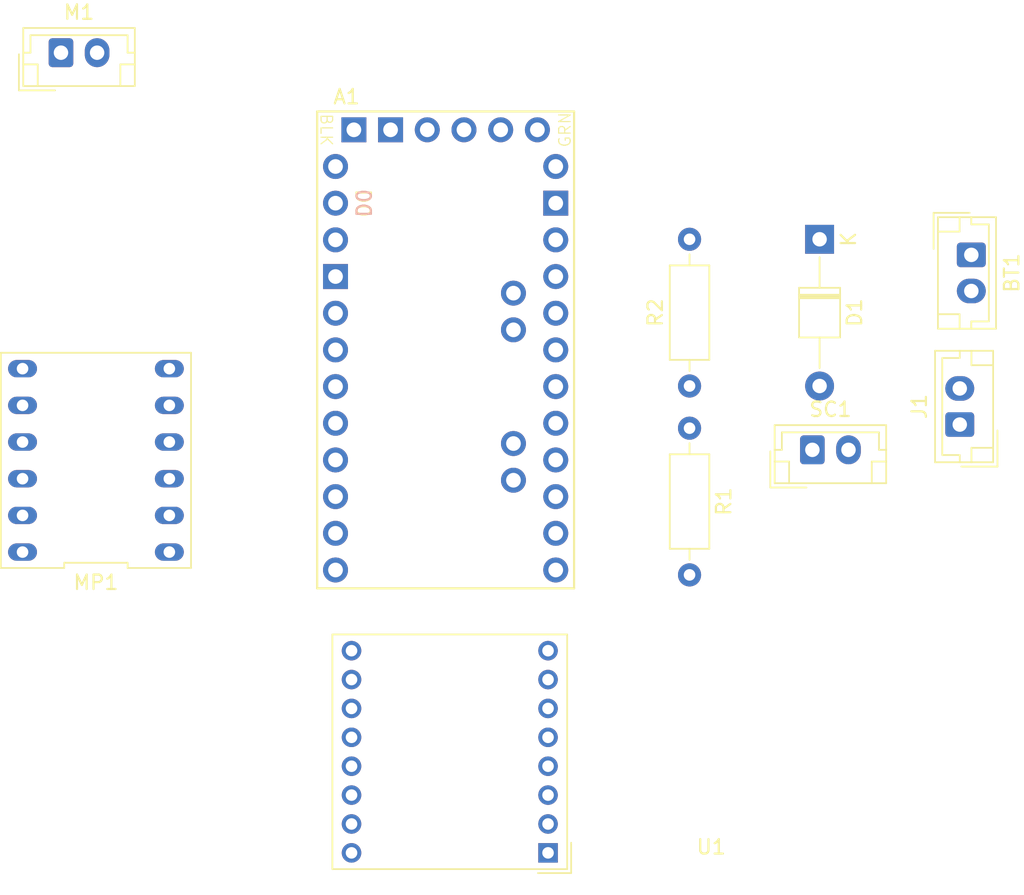
<source format=kicad_pcb>
(kicad_pcb (version 20240108) (generator "pcbnew") (generator_version "8.0")
  (layers (0 "F.Cu" signal) (31 "B.Cu" signal) (34 "B.Paste" user) (35 "F.Paste" user) (36 "B.SilkS" user "B.Silkscreen") (37 "F.SilkS" user "F.Silkscreen") (38 "B.Mask" user) (39 "F.Mask" user) (44 "Edge.Cuts" user))
  (net 0 "")
  (net 1 "Net-(D1-A)")
  (net 2 "GND")
  (net 3 "Net-(A1-PadA0)")
  (net 5 "Net-(A1-D13_SCK)")
  (net 10 "Net-(A1-D10_CS)")
  (net 11 "Net-(A1-D2_INT0)")
  (net 12 "Net-(A1-D11_MOSI)")
  (net 16 "Net-(U1-RESET)")
  (net 18 "Net-(A1-D12_MISO)")
  (net 21 "Net-(MP1-IN2)")
  (net 31 "+BATT")
  (net 32 "Net-(MP1-nSLEEP_HB)")
  (net 34 "Net-(MP1-IN1)")
  (net 46 "Net-(M1-+)")
  (net 47 "Net-(M1--)")
  (footprint "Connector_JST:JST_EH_B2B-EH-A_1x02_P2.50mm_Vertical" (layer "F.Cu") (at 70.5 54.5)
    (property "Reference" "M1" (at 1.25 -2.8 0) (layer "F.SilkS"))
    (property "Value" "Motor_DC")
    (fp_line (start -2.91 0.11) (end -2.91 2.61) (stroke (width 0.12)) (layer "F.SilkS"))
    (fp_line (start -2.91 2.61) (end -0.41 2.61) (stroke (width 0.12)) (layer "F.SilkS"))
    (fp_line (start -2.61 -1.71) (end -2.61 2.31) (stroke (width 0.12)) (layer "F.SilkS"))
    (fp_line (start -2.61 0) (end -2.11 0) (stroke (width 0.12)) (layer "F.SilkS"))
    (fp_line (start -2.61 0.81) (end -1.61 0.81) (stroke (width 0.12)) (layer "F.SilkS"))
    (fp_line (start -2.61 2.31) (end 5.11 2.31) (stroke (width 0.12)) (layer "F.SilkS"))
    (fp_line (start -2.11 -1.21) (end 4.61 -1.21) (stroke (width 0.12)) (layer "F.SilkS"))
    (fp_line (start -2.11 0) (end -2.11 -1.21) (stroke (width 0.12)) (layer "F.SilkS"))
    (fp_line (start -1.61 0.81) (end -1.61 2.31) (stroke (width 0.12)) (layer "F.SilkS"))
    (fp_line (start 4.11 0.81) (end 4.11 2.31) (stroke (width 0.12)) (layer "F.SilkS"))
    (fp_line (start 4.61 -1.21) (end 4.61 0) (stroke (width 0.12)) (layer "F.SilkS"))
    (fp_line (start 4.61 0) (end 5.11 0) (stroke (width 0.12)) (layer "F.SilkS"))
    (fp_line (start 5.11 -1.71) (end -2.61 -1.71) (stroke (width 0.12)) (layer "F.SilkS"))
    (fp_line (start 5.11 0.81) (end 4.11 0.81) (stroke (width 0.12)) (layer "F.SilkS"))
    (fp_line (start 5.11 2.31) (end 5.11 -1.71) (stroke (width 0.12)) (layer "F.SilkS"))
    (pad "1" thru_hole roundrect (at 0 0) (size 1.7 2) (drill 1) (layers "*.Cu" "*.Mask" "In1.Cu" "In2.Cu" "In3.Cu" "In4.Cu" "In5.Cu" "In6.Cu" "In7.Cu" "In8.Cu" "In9.Cu" "In10.Cu" "In11.Cu" "In12.Cu" "In13.Cu" "In14.Cu" "In15.Cu" "In16.Cu" "In17.Cu" "In18.Cu" "In19.Cu" "In20.Cu" "In21.Cu" "In22.Cu" "In23.Cu" "In24.Cu" "In25.Cu" "In26.Cu" "In27.Cu" "In28.Cu" "In29.Cu" "In30.Cu") (roundrect_rratio 0.147059) (net 46 "Net-(M1-+)"))
    (pad "2" thru_hole oval (at 2.5 0) (size 1.7 2) (drill 1) (layers "*.Cu" "*.Mask" "In1.Cu" "In2.Cu" "In3.Cu" "In4.Cu" "In5.Cu" "In6.Cu" "In7.Cu" "In8.Cu" "In9.Cu" "In10.Cu" "In11.Cu" "In12.Cu" "In13.Cu" "In14.Cu" "In15.Cu" "In16.Cu" "In17.Cu" "In18.Cu" "In19.Cu" "In20.Cu" "In21.Cu" "In22.Cu" "In23.Cu" "In24.Cu" "In25.Cu" "In26.Cu" "In27.Cu" "In28.Cu" "In29.Cu" "In30.Cu") (net 47 "Net-(M1--)"))
  )
  (footprint "Resistor_THT:R_Axial_DIN0207_L6.3mm_D2.5mm_P10.16mm_Horizontal" (layer "F.Cu") (at 114 80.5 -90)
    (property "Reference" "R1" (at 5.08 -2.37 90) (layer "F.SilkS"))
    (property "Value" "R")
    (fp_line (start 1.81 1.37) (end 8.35 1.37) (stroke (width 0.12)) (layer "F.SilkS"))
    (fp_line (start 8.35 1.37) (end 8.35 -1.37) (stroke (width 0.12)) (layer "F.SilkS"))
    (fp_line (start 1.04 0) (end 1.81 0) (stroke (width 0.12)) (layer "F.SilkS"))
    (fp_line (start 9.12 0) (end 8.35 0) (stroke (width 0.12)) (layer "F.SilkS"))
    (fp_line (start 1.81 -1.37) (end 1.81 1.37) (stroke (width 0.12)) (layer "F.SilkS"))
    (fp_line (start 8.35 -1.37) (end 1.81 -1.37) (stroke (width 0.12)) (layer "F.SilkS"))
    (pad "1" thru_hole circle (at 0 0 270) (size 1.6 1.6) (drill 0.8) (layers "*.Cu" "*.Mask" "In1.Cu" "In2.Cu" "In3.Cu" "In4.Cu" "In5.Cu" "In6.Cu" "In7.Cu" "In8.Cu" "In9.Cu" "In10.Cu" "In11.Cu" "In12.Cu" "In13.Cu" "In14.Cu" "In15.Cu" "In16.Cu" "In17.Cu" "In18.Cu" "In19.Cu" "In20.Cu" "In21.Cu" "In22.Cu" "In23.Cu" "In24.Cu" "In25.Cu" "In26.Cu" "In27.Cu" "In28.Cu" "In29.Cu" "In30.Cu") (net 3 "Net-(A1-PadA0)"))
    (pad "2" thru_hole oval (at 10.16 0 270) (size 1.6 1.6) (drill 0.8) (layers "*.Cu" "*.Mask" "In1.Cu" "In2.Cu" "In3.Cu" "In4.Cu" "In5.Cu" "In6.Cu" "In7.Cu" "In8.Cu" "In9.Cu" "In10.Cu" "In11.Cu" "In12.Cu" "In13.Cu" "In14.Cu" "In15.Cu" "In16.Cu" "In17.Cu" "In18.Cu" "In19.Cu" "In20.Cu" "In21.Cu" "In22.Cu" "In23.Cu" "In24.Cu" "In25.Cu" "In26.Cu" "In27.Cu" "In28.Cu" "In29.Cu" "In30.Cu") (net 2 "GND"))
  )
  (footprint "PCM_arduino-library:Arduino_Pro_Mini_Socket" (layer "F.Cu") (at 97.12 75.08)
    (property "Reference" "A1" (at -6.858 -17.526 360) (layer "F.SilkS"))
    (property "Value" "Arduino_Pro_Mini_Socket")
    (fp_line (start -8.89 -16.51) (end -8.89 16.51) (stroke (width 0.15)) (layer "F.SilkS"))
    (fp_line (start 8.89 -16.51) (end -8.89 -16.51) (stroke (width 0.15)) (layer "F.SilkS"))
    (fp_line (start 8.89 -16.51) (end 8.89 16.51) (stroke (width 0.15)) (layer "F.SilkS"))
    (fp_line (start 8.89 16.51) (end -8.89 16.51) (stroke (width 0.15)) (layer "F.SilkS"))
    (fp_text user "D0" (at -5.715 -10.16 -90) (layer "B.SilkS") (effects (justify mirror)))
    (fp_text user "D0" (at -5.715 -10.16 -90) (layer "F.SilkS"))
    (fp_text user "BLK" (at -8.255 -15.24 -90) (layer "F.SilkS") (effects (font (size 0.8 0.8) (thickness 0.08))))
    (fp_text user "GRN" (at 8.255 -15.24 90) (layer "F.SilkS") (effects (font (size 0.8 0.8) (thickness 0.08))))
    (pad "A0" thru_hole circle (at 7.62 5.08) (size 1.7272 1.7272) (drill 1.016) (layers "*.Cu" "*.Mask" "In1.Cu" "In2.Cu" "In3.Cu" "In4.Cu" "In5.Cu" "In6.Cu" "In7.Cu" "In8.Cu" "In9.Cu" "In10.Cu" "In11.Cu" "In12.Cu" "In13.Cu" "In14.Cu" "In15.Cu" "In16.Cu" "In17.Cu" "In18.Cu" "In19.Cu" "In20.Cu" "In21.Cu" "In22.Cu" "In23.Cu" "In24.Cu" "In25.Cu" "In26.Cu" "In27.Cu" "In28.Cu" "In29.Cu" "In30.Cu") (net 3 "Net-(A1-PadA0)"))
    (pad "A1" thru_hole circle (at 7.62 2.54) (size 1.7272 1.7272) (drill 1.016) (layers "*.Cu" "*.Mask" "In1.Cu" "In2.Cu" "In3.Cu" "In4.Cu" "In5.Cu" "In6.Cu" "In7.Cu" "In8.Cu" "In9.Cu" "In10.Cu" "In11.Cu" "In12.Cu" "In13.Cu" "In14.Cu" "In15.Cu" "In16.Cu" "In17.Cu" "In18.Cu" "In19.Cu" "In20.Cu" "In21.Cu" "In22.Cu" "In23.Cu" "In24.Cu" "In25.Cu" "In26.Cu" "In27.Cu" "In28.Cu" "In29.Cu" "In30.Cu"))
    (pad "A2" thru_hole circle (at 7.62 0) (size 1.7272 1.7272) (drill 1.016) (layers "*.Cu" "*.Mask" "In1.Cu" "In2.Cu" "In3.Cu" "In4.Cu" "In5.Cu" "In6.Cu" "In7.Cu" "In8.Cu" "In9.Cu" "In10.Cu" "In11.Cu" "In12.Cu" "In13.Cu" "In14.Cu" "In15.Cu" "In16.Cu" "In17.Cu" "In18.Cu" "In19.Cu" "In20.Cu" "In21.Cu" "In22.Cu" "In23.Cu" "In24.Cu" "In25.Cu" "In26.Cu" "In27.Cu" "In28.Cu" "In29.Cu" "In30.Cu"))
    (pad "A3" thru_hole circle (at 7.62 -2.54) (size 1.7272 1.7272) (drill 1.016) (layers "*.Cu" "*.Mask" "In1.Cu" "In2.Cu" "In3.Cu" "In4.Cu" "In5.Cu" "In6.Cu" "In7.Cu" "In8.Cu" "In9.Cu" "In10.Cu" "In11.Cu" "In12.Cu" "In13.Cu" "In14.Cu" "In15.Cu" "In16.Cu" "In17.Cu" "In18.Cu" "In19.Cu" "In20.Cu" "In21.Cu" "In22.Cu" "In23.Cu" "In24.Cu" "In25.Cu" "In26.Cu" "In27.Cu" "In28.Cu" "In29.Cu" "In30.Cu"))
    (pad "A4" thru_hole circle (at 4.6941 -1.3894) (size 1.7272 1.7272) (drill 1.016) (layers "*.Cu" "*.Mask" "In1.Cu" "In2.Cu" "In3.Cu" "In4.Cu" "In5.Cu" "In6.Cu" "In7.Cu" "In8.Cu" "In9.Cu" "In10.Cu" "In11.Cu" "In12.Cu" "In13.Cu" "In14.Cu" "In15.Cu" "In16.Cu" "In17.Cu" "In18.Cu" "In19.Cu" "In20.Cu" "In21.Cu" "In22.Cu" "In23.Cu" "In24.Cu" "In25.Cu" "In26.Cu" "In27.Cu" "In28.Cu" "In29.Cu" "In30.Cu"))
    (pad "A5" thru_hole circle (at 4.6941 -3.9294) (size 1.7272 1.7272) (drill 1.016) (layers "*.Cu" "*.Mask" "In1.Cu" "In2.Cu" "In3.Cu" "In4.Cu" "In5.Cu" "In6.Cu" "In7.Cu" "In8.Cu" "In9.Cu" "In10.Cu" "In11.Cu" "In12.Cu" "In13.Cu" "In14.Cu" "In15.Cu" "In16.Cu" "In17.Cu" "In18.Cu" "In19.Cu" "In20.Cu" "In21.Cu" "In22.Cu" "In23.Cu" "In24.Cu" "In25.Cu" "In26.Cu" "In27.Cu" "In28.Cu" "In29.Cu" "In30.Cu"))
    (pad "A6" thru_hole circle (at 4.6941 9.0246) (size 1.7272 1.7272) (drill 1.016) (layers "*.Cu" "*.Mask" "In1.Cu" "In2.Cu" "In3.Cu" "In4.Cu" "In5.Cu" "In6.Cu" "In7.Cu" "In8.Cu" "In9.Cu" "In10.Cu" "In11.Cu" "In12.Cu" "In13.Cu" "In14.Cu" "In15.Cu" "In16.Cu" "In17.Cu" "In18.Cu" "In19.Cu" "In20.Cu" "In21.Cu" "In22.Cu" "In23.Cu" "In24.Cu" "In25.Cu" "In26.Cu" "In27.Cu" "In28.Cu" "In29.Cu" "In30.Cu"))
    (pad "A7" thru_hole circle (at 4.6941 6.484) (size 1.7272 1.7272) (drill 1.016) (layers "*.Cu" "*.Mask" "In1.Cu" "In2.Cu" "In3.Cu" "In4.Cu" "In5.Cu" "In6.Cu" "In7.Cu" "In8.Cu" "In9.Cu" "In10.Cu" "In11.Cu" "In12.Cu" "In13.Cu" "In14.Cu" "In15.Cu" "In16.Cu" "In17.Cu" "In18.Cu" "In19.Cu" "In20.Cu" "In21.Cu" "In22.Cu" "In23.Cu" "In24.Cu" "In25.Cu" "In26.Cu" "In27.Cu" "In28.Cu" "In29.Cu" "In30.Cu"))
    (pad "D0" thru_hole circle (at -7.62 -10.16) (size 1.7272 1.7272) (drill 1.016) (layers "*.Cu" "*.Mask" "In1.Cu" "In2.Cu" "In3.Cu" "In4.Cu" "In5.Cu" "In6.Cu" "In7.Cu" "In8.Cu" "In9.Cu" "In10.Cu" "In11.Cu" "In12.Cu" "In13.Cu" "In14.Cu" "In15.Cu" "In16.Cu" "In17.Cu" "In18.Cu" "In19.Cu" "In20.Cu" "In21.Cu" "In22.Cu" "In23.Cu" "In24.Cu" "In25.Cu" "In26.Cu" "In27.Cu" "In28.Cu" "In29.Cu" "In30.Cu"))
    (pad "D1" thru_hole circle (at -7.62 -12.7) (size 1.7272 1.7272) (drill 1.016) (layers "*.Cu" "*.Mask" "In1.Cu" "In2.Cu" "In3.Cu" "In4.Cu" "In5.Cu" "In6.Cu" "In7.Cu" "In8.Cu" "In9.Cu" "In10.Cu" "In11.Cu" "In12.Cu" "In13.Cu" "In14.Cu" "In15.Cu" "In16.Cu" "In17.Cu" "In18.Cu" "In19.Cu" "In20.Cu" "In21.Cu" "In22.Cu" "In23.Cu" "In24.Cu" "In25.Cu" "In26.Cu" "In27.Cu" "In28.Cu" "In29.Cu" "In30.Cu"))
    (pad "D2" thru_hole circle (at -7.62 -2.54) (size 1.7272 1.7272) (drill 1.016) (layers "*.Cu" "*.Mask" "In1.Cu" "In2.Cu" "In3.Cu" "In4.Cu" "In5.Cu" "In6.Cu" "In7.Cu" "In8.Cu" "In9.Cu" "In10.Cu" "In11.Cu" "In12.Cu" "In13.Cu" "In14.Cu" "In15.Cu" "In16.Cu" "In17.Cu" "In18.Cu" "In19.Cu" "In20.Cu" "In21.Cu" "In22.Cu" "In23.Cu" "In24.Cu" "In25.Cu" "In26.Cu" "In27.Cu" "In28.Cu" "In29.Cu" "In30.Cu") (net 11 "Net-(A1-D2_INT0)"))
    (pad "D3" thru_hole circle (at -7.62 0) (size 1.7272 1.7272) (drill 1.016) (layers "*.Cu" "*.Mask" "In1.Cu" "In2.Cu" "In3.Cu" "In4.Cu" "In5.Cu" "In6.Cu" "In7.Cu" "In8.Cu" "In9.Cu" "In10.Cu" "In11.Cu" "In12.Cu" "In13.Cu" "In14.Cu" "In15.Cu" "In16.Cu" "In17.Cu" "In18.Cu" "In19.Cu" "In20.Cu" "In21.Cu" "In22.Cu" "In23.Cu" "In24.Cu" "In25.Cu" "In26.Cu" "In27.Cu" "In28.Cu" "In29.Cu" "In30.Cu"))
    (pad "D4" thru_hole circle (at -7.62 2.54) (size 1.7272 1.7272) (drill 1.016) (layers "*.Cu" "*.Mask" "In1.Cu" "In2.Cu" "In3.Cu" "In4.Cu" "In5.Cu" "In6.Cu" "In7.Cu" "In8.Cu" "In9.Cu" "In10.Cu" "In11.Cu" "In12.Cu" "In13.Cu" "In14.Cu" "In15.Cu" "In16.Cu" "In17.Cu" "In18.Cu" "In19.Cu" "In20.Cu" "In21.Cu" "In22.Cu" "In23.Cu" "In24.Cu" "In25.Cu" "In26.Cu" "In27.Cu" "In28.Cu" "In29.Cu" "In30.Cu"))
    (pad "D5" thru_hole circle (at -7.62 5.08) (size 1.7272 1.7272) (drill 1.016) (layers "*.Cu" "*.Mask" "In1.Cu" "In2.Cu" "In3.Cu" "In4.Cu" "In5.Cu" "In6.Cu" "In7.Cu" "In8.Cu" "In9.Cu" "In10.Cu" "In11.Cu" "In12.Cu" "In13.Cu" "In14.Cu" "In15.Cu" "In16.Cu" "In17.Cu" "In18.Cu" "In19.Cu" "In20.Cu" "In21.Cu" "In22.Cu" "In23.Cu" "In24.Cu" "In25.Cu" "In26.Cu" "In27.Cu" "In28.Cu" "In29.Cu" "In30.Cu") (net 32 "Net-(MP1-nSLEEP_HB)"))
    (pad "D6" thru_hole circle (at -7.62 7.62) (size 1.7272 1.7272) (drill 1.016) (layers "*.Cu" "*.Mask" "In1.Cu" "In2.Cu" "In3.Cu" "In4.Cu" "In5.Cu" "In6.Cu" "In7.Cu" "In8.Cu" "In9.Cu" "In10.Cu" "In11.Cu" "In12.Cu" "In13.Cu" "In14.Cu" "In15.Cu" "In16.Cu" "In17.Cu" "In18.Cu" "In19.Cu" "In20.Cu" "In21.Cu" "In22.Cu" "In23.Cu" "In24.Cu" "In25.Cu" "In26.Cu" "In27.Cu" "In28.Cu" "In29.Cu" "In30.Cu") (net 34 "Net-(MP1-IN1)"))
    (pad "D7" thru_hole circle (at -7.62 10.16) (size 1.7272 1.7272) (drill 1.016) (layers "*.Cu" "*.Mask" "In1.Cu" "In2.Cu" "In3.Cu" "In4.Cu" "In5.Cu" "In6.Cu" "In7.Cu" "In8.Cu" "In9.Cu" "In10.Cu" "In11.Cu" "In12.Cu" "In13.Cu" "In14.Cu" "In15.Cu" "In16.Cu" "In17.Cu" "In18.Cu" "In19.Cu" "In20.Cu" "In21.Cu" "In22.Cu" "In23.Cu" "In24.Cu" "In25.Cu" "In26.Cu" "In27.Cu" "In28.Cu" "In29.Cu" "In30.Cu") (net 21 "Net-(MP1-IN2)"))
    (pad "D8" thru_hole circle (at -7.62 12.7) (size 1.7272 1.7272) (drill 1.016) (layers "*.Cu" "*.Mask" "In1.Cu" "In2.Cu" "In3.Cu" "In4.Cu" "In5.Cu" "In6.Cu" "In7.Cu" "In8.Cu" "In9.Cu" "In10.Cu" "In11.Cu" "In12.Cu" "In13.Cu" "In14.Cu" "In15.Cu" "In16.Cu" "In17.Cu" "In18.Cu" "In19.Cu" "In20.Cu" "In21.Cu" "In22.Cu" "In23.Cu" "In24.Cu" "In25.Cu" "In26.Cu" "In27.Cu" "In28.Cu" "In29.Cu" "In30.Cu"))
    (pad "D9" thru_hole circle (at -7.62 15.24) (size 1.7272 1.7272) (drill 1.016) (layers "*.Cu" "*.Mask" "In1.Cu" "In2.Cu" "In3.Cu" "In4.Cu" "In5.Cu" "In6.Cu" "In7.Cu" "In8.Cu" "In9.Cu" "In10.Cu" "In11.Cu" "In12.Cu" "In13.Cu" "In14.Cu" "In15.Cu" "In16.Cu" "In17.Cu" "In18.Cu" "In19.Cu" "In20.Cu" "In21.Cu" "In22.Cu" "In23.Cu" "In24.Cu" "In25.Cu" "In26.Cu" "In27.Cu" "In28.Cu" "In29.Cu" "In30.Cu") (net 16 "Net-(U1-RESET)"))
    (pad "D10" thru_hole circle (at 7.62 15.24) (size 1.7272 1.7272) (drill 1.016) (layers "*.Cu" "*.Mask" "In1.Cu" "In2.Cu" "In3.Cu" "In4.Cu" "In5.Cu" "In6.Cu" "In7.Cu" "In8.Cu" "In9.Cu" "In10.Cu" "In11.Cu" "In12.Cu" "In13.Cu" "In14.Cu" "In15.Cu" "In16.Cu" "In17.Cu" "In18.Cu" "In19.Cu" "In20.Cu" "In21.Cu" "In22.Cu" "In23.Cu" "In24.Cu" "In25.Cu" "In26.Cu" "In27.Cu" "In28.Cu" "In29.Cu" "In30.Cu") (net 10 "Net-(A1-D10_CS)"))
    (pad "D11" thru_hole circle (at 7.62 12.7) (size 1.7272 1.7272) (drill 1.016) (layers "*.Cu" "*.Mask" "In1.Cu" "In2.Cu" "In3.Cu" "In4.Cu" "In5.Cu" "In6.Cu" "In7.Cu" "In8.Cu" "In9.Cu" "In10.Cu" "In11.Cu" "In12.Cu" "In13.Cu" "In14.Cu" "In15.Cu" "In16.Cu" "In17.Cu" "In18.Cu" "In19.Cu" "In20.Cu" "In21.Cu" "In22.Cu" "In23.Cu" "In24.Cu" "In25.Cu" "In26.Cu" "In27.Cu" "In28.Cu" "In29.Cu" "In30.Cu") (net 12 "Net-(A1-D11_MOSI)"))
    (pad "D12" thru_hole circle (at 7.62 10.16) (size 1.7272 1.7272) (drill 1.016) (layers "*.Cu" "*.Mask" "In1.Cu" "In2.Cu" "In3.Cu" "In4.Cu" "In5.Cu" "In6.Cu" "In7.Cu" "In8.Cu" "In9.Cu" "In10.Cu" "In11.Cu" "In12.Cu" "In13.Cu" "In14.Cu" "In15.Cu" "In16.Cu" "In17.Cu" "In18.Cu" "In19.Cu" "In20.Cu" "In21.Cu" "In22.Cu" "In23.Cu" "In24.Cu" "In25.Cu" "In26.Cu" "In27.Cu" "In28.Cu" "In29.Cu" "In30.Cu") (net 18 "Net-(A1-D12_MISO)"))
    (pad "D13" thru_hole circle (at 7.62 7.62) (size 1.7272 1.7272) (drill 1.016) (layers "*.Cu" "*.Mask" "In1.Cu" "In2.Cu" "In3.Cu" "In4.Cu" "In5.Cu" "In6.Cu" "In7.Cu" "In8.Cu" "In9.Cu" "In10.Cu" "In11.Cu" "In12.Cu" "In13.Cu" "In14.Cu" "In15.Cu" "In16.Cu" "In17.Cu" "In18.Cu" "In19.Cu" "In20.Cu" "In21.Cu" "In22.Cu" "In23.Cu" "In24.Cu" "In25.Cu" "In26.Cu" "In27.Cu" "In28.Cu" "In29.Cu" "In30.Cu") (net 5 "Net-(A1-D13_SCK)"))
    (pad "DTR" thru_hole circle (at 6.35 -15.24) (size 1.7272 1.7272) (drill 1.016) (layers "*.Cu" "*.Mask" "In1.Cu" "In2.Cu" "In3.Cu" "In4.Cu" "In5.Cu" "In6.Cu" "In7.Cu" "In8.Cu" "In9.Cu" "In10.Cu" "In11.Cu" "In12.Cu" "In13.Cu" "In14.Cu" "In15.Cu" "In16.Cu" "In17.Cu" "In18.Cu" "In19.Cu" "In20.Cu" "In21.Cu" "In22.Cu" "In23.Cu" "In24.Cu" "In25.Cu" "In26.Cu" "In27.Cu" "In28.Cu" "In29.Cu" "In30.Cu"))
    (pad "GND1" thru_hole rect (at -7.62 -5.08) (size 1.7272 1.7272) (drill 1.016) (layers "*.Cu" "*.Mask" "In1.Cu" "In2.Cu" "In3.Cu" "In4.Cu" "In5.Cu" "In6.Cu" "In7.Cu" "In8.Cu" "In9.Cu" "In10.Cu" "In11.Cu" "In12.Cu" "In13.Cu" "In14.Cu" "In15.Cu" "In16.Cu" "In17.Cu" "In18.Cu" "In19.Cu" "In20.Cu" "In21.Cu" "In22.Cu" "In23.Cu" "In24.Cu" "In25.Cu" "In26.Cu" "In27.Cu" "In28.Cu" "In29.Cu" "In30.Cu") (net 2 "GND"))
    (pad "GND2" thru_hole rect (at 7.62 -10.16) (size 1.7272 1.7272) (drill 1.016) (layers "*.Cu" "*.Mask" "In1.Cu" "In2.Cu" "In3.Cu" "In4.Cu" "In5.Cu" "In6.Cu" "In7.Cu" "In8.Cu" "In9.Cu" "In10.Cu" "In11.Cu" "In12.Cu" "In13.Cu" "In14.Cu" "In15.Cu" "In16.Cu" "In17.Cu" "In18.Cu" "In19.Cu" "In20.Cu" "In21.Cu" "In22.Cu" "In23.Cu" "In24.Cu" "In25.Cu" "In26.Cu" "In27.Cu" "In28.Cu" "In29.Cu" "In30.Cu"))
    (pad "GND4" thru_hole rect (at -3.81 -15.24) (size 1.7272 1.7272) (drill 1.016) (layers "*.Cu" "*.Mask" "In1.Cu" "In2.Cu" "In3.Cu" "In4.Cu" "In5.Cu" "In6.Cu" "In7.Cu" "In8.Cu" "In9.Cu" "In10.Cu" "In11.Cu" "In12.Cu" "In13.Cu" "In14.Cu" "In15.Cu" "In16.Cu" "In17.Cu" "In18.Cu" "In19.Cu" "In20.Cu" "In21.Cu" "In22.Cu" "In23.Cu" "In24.Cu" "In25.Cu" "In26.Cu" "In27.Cu" "In28.Cu" "In29.Cu" "In30.Cu"))
    (pad "GND5" thru_hole rect (at -6.35 -15.24) (size 1.7272 1.7272) (drill 1.016) (layers "*.Cu" "*.Mask" "In1.Cu" "In2.Cu" "In3.Cu" "In4.Cu" "In5.Cu" "In6.Cu" "In7.Cu" "In8.Cu" "In9.Cu" "In10.Cu" "In11.Cu" "In12.Cu" "In13.Cu" "In14.Cu" "In15.Cu" "In16.Cu" "In17.Cu" "In18.Cu" "In19.Cu" "In20.Cu" "In21.Cu" "In22.Cu" "In23.Cu" "In24.Cu" "In25.Cu" "In26.Cu" "In27.Cu" "In28.Cu" "In29.Cu" "In30.Cu"))
    (pad "RAW" thru_hole circle (at 7.62 -12.7) (size 1.7272 1.7272) (drill 1.016) (layers "*.Cu" "*.Mask" "In1.Cu" "In2.Cu" "In3.Cu" "In4.Cu" "In5.Cu" "In6.Cu" "In7.Cu" "In8.Cu" "In9.Cu" "In10.Cu" "In11.Cu" "In12.Cu" "In13.Cu" "In14.Cu" "In15.Cu" "In16.Cu" "In17.Cu" "In18.Cu" "In19.Cu" "In20.Cu" "In21.Cu" "In22.Cu" "In23.Cu" "In24.Cu" "In25.Cu" "In26.Cu" "In27.Cu" "In28.Cu" "In29.Cu" "In30.Cu") (net 31 "+BATT"))
    (pad "RST1" thru_hole circle (at -7.62 -7.62) (size 1.7272 1.7272) (drill 1.016) (layers "*.Cu" "*.Mask" "In1.Cu" "In2.Cu" "In3.Cu" "In4.Cu" "In5.Cu" "In6.Cu" "In7.Cu" "In8.Cu" "In9.Cu" "In10.Cu" "In11.Cu" "In12.Cu" "In13.Cu" "In14.Cu" "In15.Cu" "In16.Cu" "In17.Cu" "In18.Cu" "In19.Cu" "In20.Cu" "In21.Cu" "In22.Cu" "In23.Cu" "In24.Cu" "In25.Cu" "In26.Cu" "In27.Cu" "In28.Cu" "In29.Cu" "In30.Cu"))
    (pad "RST2" thru_hole circle (at 7.62 -7.62) (size 1.7272 1.7272) (drill 1.016) (layers "*.Cu" "*.Mask" "In1.Cu" "In2.Cu" "In3.Cu" "In4.Cu" "In5.Cu" "In6.Cu" "In7.Cu" "In8.Cu" "In9.Cu" "In10.Cu" "In11.Cu" "In12.Cu" "In13.Cu" "In14.Cu" "In15.Cu" "In16.Cu" "In17.Cu" "In18.Cu" "In19.Cu" "In20.Cu" "In21.Cu" "In22.Cu" "In23.Cu" "In24.Cu" "In25.Cu" "In26.Cu" "In27.Cu" "In28.Cu" "In29.Cu" "In30.Cu"))
    (pad "RXI" thru_hole circle (at 1.27 -15.24) (size 1.7272 1.7272) (drill 1.016) (layers "*.Cu" "*.Mask" "In1.Cu" "In2.Cu" "In3.Cu" "In4.Cu" "In5.Cu" "In6.Cu" "In7.Cu" "In8.Cu" "In9.Cu" "In10.Cu" "In11.Cu" "In12.Cu" "In13.Cu" "In14.Cu" "In15.Cu" "In16.Cu" "In17.Cu" "In18.Cu" "In19.Cu" "In20.Cu" "In21.Cu" "In22.Cu" "In23.Cu" "In24.Cu" "In25.Cu" "In26.Cu" "In27.Cu" "In28.Cu" "In29.Cu" "In30.Cu"))
    (pad "TXO" thru_hole circle (at 3.81 -15.24) (size 1.7272 1.7272) (drill 1.016) (layers "*.Cu" "*.Mask" "In1.Cu" "In2.Cu" "In3.Cu" "In4.Cu" "In5.Cu" "In6.Cu" "In7.Cu" "In8.Cu" "In9.Cu" "In10.Cu" "In11.Cu" "In12.Cu" "In13.Cu" "In14.Cu" "In15.Cu" "In16.Cu" "In17.Cu" "In18.Cu" "In19.Cu" "In20.Cu" "In21.Cu" "In22.Cu" "In23.Cu" "In24.Cu" "In25.Cu" "In26.Cu" "In27.Cu" "In28.Cu" "In29.Cu" "In30.Cu"))
    (pad "Vcc1" thru_hole circle (at 7.62 -5.08) (size 1.7272 1.7272) (drill 1.016) (layers "*.Cu" "*.Mask" "In1.Cu" "In2.Cu" "In3.Cu" "In4.Cu" "In5.Cu" "In6.Cu" "In7.Cu" "In8.Cu" "In9.Cu" "In10.Cu" "In11.Cu" "In12.Cu" "In13.Cu" "In14.Cu" "In15.Cu" "In16.Cu" "In17.Cu" "In18.Cu" "In19.Cu" "In20.Cu" "In21.Cu" "In22.Cu" "In23.Cu" "In24.Cu" "In25.Cu" "In26.Cu" "In27.Cu" "In28.Cu" "In29.Cu" "In30.Cu"))
    (pad "Vcc2" thru_hole circle (at -1.27 -15.24) (size 1.7272 1.7272) (drill 1.016) (layers "*.Cu" "*.Mask" "In1.Cu" "In2.Cu" "In3.Cu" "In4.Cu" "In5.Cu" "In6.Cu" "In7.Cu" "In8.Cu" "In9.Cu" "In10.Cu" "In11.Cu" "In12.Cu" "In13.Cu" "In14.Cu" "In15.Cu" "In16.Cu" "In17.Cu" "In18.Cu" "In19.Cu" "In20.Cu" "In21.Cu" "In22.Cu" "In23.Cu" "In24.Cu" "In25.Cu" "In26.Cu" "In27.Cu" "In28.Cu" "In29.Cu" "In30.Cu"))
  )
  (footprint "Resistor_THT:R_Axial_DIN0207_L6.3mm_D2.5mm_P10.16mm_Horizontal" (layer "F.Cu") (at 114 77.58 90)
    (property "Reference" "R2" (at 5.08 -2.37 90) (layer "F.SilkS"))
    (property "Value" "R")
    (fp_line (start 8.35 -1.37) (end 1.81 -1.37) (stroke (width 0.12)) (layer "F.SilkS"))
    (fp_line (start 1.81 -1.37) (end 1.81 1.37) (stroke (width 0.12)) (layer "F.SilkS"))
    (fp_line (start 9.12 0) (end 8.35 0) (stroke (width 0.12)) (layer "F.SilkS"))
    (fp_line (start 1.04 0) (end 1.81 0) (stroke (width 0.12)) (layer "F.SilkS"))
    (fp_line (start 8.35 1.37) (end 8.35 -1.37) (stroke (width 0.12)) (layer "F.SilkS"))
    (fp_line (start 1.81 1.37) (end 8.35 1.37) (stroke (width 0.12)) (layer "F.SilkS"))
    (pad "1" thru_hole circle (at 0 0 90) (size 1.6 1.6) (drill 0.8) (layers "*.Cu" "*.Mask" "In1.Cu" "In2.Cu" "In3.Cu" "In4.Cu" "In5.Cu" "In6.Cu" "In7.Cu" "In8.Cu" "In9.Cu" "In10.Cu" "In11.Cu" "In12.Cu" "In13.Cu" "In14.Cu" "In15.Cu" "In16.Cu" "In17.Cu" "In18.Cu" "In19.Cu" "In20.Cu" "In21.Cu" "In22.Cu" "In23.Cu" "In24.Cu" "In25.Cu" "In26.Cu" "In27.Cu" "In28.Cu" "In29.Cu" "In30.Cu") (net 3 "Net-(A1-PadA0)"))
    (pad "2" thru_hole oval (at 10.16 0 90) (size 1.6 1.6) (drill 0.8) (layers "*.Cu" "*.Mask" "In1.Cu" "In2.Cu" "In3.Cu" "In4.Cu" "In5.Cu" "In6.Cu" "In7.Cu" "In8.Cu" "In9.Cu" "In10.Cu" "In11.Cu" "In12.Cu" "In13.Cu" "In14.Cu" "In15.Cu" "In16.Cu" "In17.Cu" "In18.Cu" "In19.Cu" "In20.Cu" "In21.Cu" "In22.Cu" "In23.Cu" "In24.Cu" "In25.Cu" "In26.Cu" "In27.Cu" "In28.Cu" "In29.Cu" "In30.Cu") (net 31 "+BATT"))
  )
  (footprint "Connector_JST:JST_EH_B2B-EH-A_1x02_P2.50mm_Vertical" (layer "F.Cu") (at 122.5 82)
    (property "Reference" "SC1" (at 1.25 -2.8 0) (layer "F.SilkS"))
    (property "Value" "Solar_Cell")
    (fp_line (start -2.91 0.11) (end -2.91 2.61) (stroke (width 0.12)) (layer "F.SilkS"))
    (fp_line (start -2.91 2.61) (end -0.41 2.61) (stroke (width 0.12)) (layer "F.SilkS"))
    (fp_line (start -2.61 -1.71) (end -2.61 2.31) (stroke (width 0.12)) (layer "F.SilkS"))
    (fp_line (start -2.61 0) (end -2.11 0) (stroke (width 0.12)) (layer "F.SilkS"))
    (fp_line (start -2.61 0.81) (end -1.61 0.81) (stroke (width 0.12)) (layer "F.SilkS"))
    (fp_line (start -2.61 2.31) (end 5.11 2.31) (stroke (width 0.12)) (layer "F.SilkS"))
    (fp_line (start -2.11 -1.21) (end 4.61 -1.21) (stroke (width 0.12)) (layer "F.SilkS"))
    (fp_line (start -2.11 0) (end -2.11 -1.21) (stroke (width 0.12)) (layer "F.SilkS"))
    (fp_line (start -1.61 0.81) (end -1.61 2.31) (stroke (width 0.12)) (layer "F.SilkS"))
    (fp_line (start 4.11 0.81) (end 4.11 2.31) (stroke (width 0.12)) (layer "F.SilkS"))
    (fp_line (start 4.61 -1.21) (end 4.61 0) (stroke (width 0.12)) (layer "F.SilkS"))
    (fp_line (start 4.61 0) (end 5.11 0) (stroke (width 0.12)) (layer "F.SilkS"))
    (fp_line (start 5.11 -1.71) (end -2.61 -1.71) (stroke (width 0.12)) (layer "F.SilkS"))
    (fp_line (start 5.11 0.81) (end 4.11 0.81) (stroke (width 0.12)) (layer "F.SilkS"))
    (fp_line (start 5.11 2.31) (end 5.11 -1.71) (stroke (width 0.12)) (layer "F.SilkS"))
    (pad "1" thru_hole roundrect (at 0 0) (size 1.7 2) (drill 1) (layers "*.Cu" "*.Mask" "In1.Cu" "In2.Cu" "In3.Cu" "In4.Cu" "In5.Cu" "In6.Cu" "In7.Cu" "In8.Cu" "In9.Cu" "In10.Cu" "In11.Cu" "In12.Cu" "In13.Cu" "In14.Cu" "In15.Cu" "In16.Cu" "In17.Cu" "In18.Cu" "In19.Cu" "In20.Cu" "In21.Cu" "In22.Cu" "In23.Cu" "In24.Cu" "In25.Cu" "In26.Cu" "In27.Cu" "In28.Cu" "In29.Cu" "In30.Cu") (roundrect_rratio 0.147059) (net 1 "Net-(D1-A)"))
    (pad "2" thru_hole oval (at 2.5 0) (size 1.7 2) (drill 1) (layers "*.Cu" "*.Mask" "In1.Cu" "In2.Cu" "In3.Cu" "In4.Cu" "In5.Cu" "In6.Cu" "In7.Cu" "In8.Cu" "In9.Cu" "In10.Cu" "In11.Cu" "In12.Cu" "In13.Cu" "In14.Cu" "In15.Cu" "In16.Cu" "In17.Cu" "In18.Cu" "In19.Cu" "In20.Cu" "In21.Cu" "In22.Cu" "In23.Cu" "In24.Cu" "In25.Cu" "In26.Cu" "In27.Cu" "In28.Cu" "In29.Cu" "In30.Cu") (net 2 "GND"))
  )
  (footprint "RF_Module:HOPERF_RFM9XW_THT" (layer "F.Cu") (at 104.2075 109.9075 180)
    (property "Reference" "U1" (at -11.2925 0.4075 360) (layer "F.SilkS"))
    (property "Value" "RFM95W-868S2")
    (fp_line (start 14.925 15.125) (end -1.325 15.125) (stroke (width 0.12)) (layer "F.SilkS"))
    (fp_line (start 14.925 -1.125) (end 14.925 15.125) (stroke (width 0.12)) (layer "F.SilkS"))
    (fp_line (start -1.325 15.125) (end -1.325 -1.125) (stroke (width 0.12)) (layer "F.SilkS"))
    (fp_line (start -1.325 -1.125) (end 14.925 -1.125) (stroke (width 0.12)) (layer "F.SilkS"))
    (fp_line (start -1.6 0.7) (end -1.6 -1.4) (stroke (width 0.12)) (layer "F.SilkS"))
    (fp_line (start -1.6 -1.4) (end 0.7 -1.4) (stroke (width 0.12)) (layer "F.SilkS"))
    (pad "1" thru_hole rect (at 0 0 180) (size 1.35 1.35) (drill 0.8) (layers "*.Cu" "*.Mask" "In1.Cu" "In2.Cu" "In3.Cu" "In4.Cu" "In5.Cu" "In6.Cu" "In7.Cu" "In8.Cu" "In9.Cu" "In10.Cu" "In11.Cu" "In12.Cu" "In13.Cu" "In14.Cu" "In15.Cu" "In16.Cu" "In17.Cu" "In18.Cu" "In19.Cu" "In20.Cu" "In21.Cu" "In22.Cu" "In23.Cu" "In24.Cu" "In25.Cu" "In26.Cu" "In27.Cu" "In28.Cu" "In29.Cu" "In30.Cu"))
    (pad "2" thru_hole circle (at 0 2 180) (size 1.35 1.35) (drill 0.8) (layers "*.Cu" "*.Mask" "In1.Cu" "In2.Cu" "In3.Cu" "In4.Cu" "In5.Cu" "In6.Cu" "In7.Cu" "In8.Cu" "In9.Cu" "In10.Cu" "In11.Cu" "In12.Cu" "In13.Cu" "In14.Cu" "In15.Cu" "In16.Cu" "In17.Cu" "In18.Cu" "In19.Cu" "In20.Cu" "In21.Cu" "In22.Cu" "In23.Cu" "In24.Cu" "In25.Cu" "In26.Cu" "In27.Cu" "In28.Cu" "In29.Cu" "In30.Cu") (net 12 "Net-(A1-D11_MOSI)"))
    (pad "3" thru_hole circle (at 0 4 180) (size 1.35 1.35) (drill 0.8) (layers "*.Cu" "*.Mask" "In1.Cu" "In2.Cu" "In3.Cu" "In4.Cu" "In5.Cu" "In6.Cu" "In7.Cu" "In8.Cu" "In9.Cu" "In10.Cu" "In11.Cu" "In12.Cu" "In13.Cu" "In14.Cu" "In15.Cu" "In16.Cu" "In17.Cu" "In18.Cu" "In19.Cu" "In20.Cu" "In21.Cu" "In22.Cu" "In23.Cu" "In24.Cu" "In25.Cu" "In26.Cu" "In27.Cu" "In28.Cu" "In29.Cu" "In30.Cu") (net 18 "Net-(A1-D12_MISO)"))
    (pad "4" thru_hole circle (at 0 6 180) (size 1.35 1.35) (drill 0.8) (layers "*.Cu" "*.Mask" "In1.Cu" "In2.Cu" "In3.Cu" "In4.Cu" "In5.Cu" "In6.Cu" "In7.Cu" "In8.Cu" "In9.Cu" "In10.Cu" "In11.Cu" "In12.Cu" "In13.Cu" "In14.Cu" "In15.Cu" "In16.Cu" "In17.Cu" "In18.Cu" "In19.Cu" "In20.Cu" "In21.Cu" "In22.Cu" "In23.Cu" "In24.Cu" "In25.Cu" "In26.Cu" "In27.Cu" "In28.Cu" "In29.Cu" "In30.Cu") (net 5 "Net-(A1-D13_SCK)"))
    (pad "5" thru_hole circle (at 0 8 180) (size 1.35 1.35) (drill 0.8) (layers "*.Cu" "*.Mask" "In1.Cu" "In2.Cu" "In3.Cu" "In4.Cu" "In5.Cu" "In6.Cu" "In7.Cu" "In8.Cu" "In9.Cu" "In10.Cu" "In11.Cu" "In12.Cu" "In13.Cu" "In14.Cu" "In15.Cu" "In16.Cu" "In17.Cu" "In18.Cu" "In19.Cu" "In20.Cu" "In21.Cu" "In22.Cu" "In23.Cu" "In24.Cu" "In25.Cu" "In26.Cu" "In27.Cu" "In28.Cu" "In29.Cu" "In30.Cu") (net 10 "Net-(A1-D10_CS)"))
    (pad "6" thru_hole circle (at 0 10 180) (size 1.35 1.35) (drill 0.8) (layers "*.Cu" "*.Mask" "In1.Cu" "In2.Cu" "In3.Cu" "In4.Cu" "In5.Cu" "In6.Cu" "In7.Cu" "In8.Cu" "In9.Cu" "In10.Cu" "In11.Cu" "In12.Cu" "In13.Cu" "In14.Cu" "In15.Cu" "In16.Cu" "In17.Cu" "In18.Cu" "In19.Cu" "In20.Cu" "In21.Cu" "In22.Cu" "In23.Cu" "In24.Cu" "In25.Cu" "In26.Cu" "In27.Cu" "In28.Cu" "In29.Cu" "In30.Cu") (net 16 "Net-(U1-RESET)"))
    (pad "7" thru_hole circle (at 0 12 180) (size 1.35 1.35) (drill 0.8) (layers "*.Cu" "*.Mask" "In1.Cu" "In2.Cu" "In3.Cu" "In4.Cu" "In5.Cu" "In6.Cu" "In7.Cu" "In8.Cu" "In9.Cu" "In10.Cu" "In11.Cu" "In12.Cu" "In13.Cu" "In14.Cu" "In15.Cu" "In16.Cu" "In17.Cu" "In18.Cu" "In19.Cu" "In20.Cu" "In21.Cu" "In22.Cu" "In23.Cu" "In24.Cu" "In25.Cu" "In26.Cu" "In27.Cu" "In28.Cu" "In29.Cu" "In30.Cu"))
    (pad "8" thru_hole circle (at 0 14 180) (size 1.35 1.35) (drill 0.8) (layers "*.Cu" "*.Mask" "In1.Cu" "In2.Cu" "In3.Cu" "In4.Cu" "In5.Cu" "In6.Cu" "In7.Cu" "In8.Cu" "In9.Cu" "In10.Cu" "In11.Cu" "In12.Cu" "In13.Cu" "In14.Cu" "In15.Cu" "In16.Cu" "In17.Cu" "In18.Cu" "In19.Cu" "In20.Cu" "In21.Cu" "In22.Cu" "In23.Cu" "In24.Cu" "In25.Cu" "In26.Cu" "In27.Cu" "In28.Cu" "In29.Cu" "In30.Cu"))
    (pad "9" thru_hole circle (at 13.6 14 180) (size 1.35 1.35) (drill 0.8) (layers "*.Cu" "*.Mask" "In1.Cu" "In2.Cu" "In3.Cu" "In4.Cu" "In5.Cu" "In6.Cu" "In7.Cu" "In8.Cu" "In9.Cu" "In10.Cu" "In11.Cu" "In12.Cu" "In13.Cu" "In14.Cu" "In15.Cu" "In16.Cu" "In17.Cu" "In18.Cu" "In19.Cu" "In20.Cu" "In21.Cu" "In22.Cu" "In23.Cu" "In24.Cu" "In25.Cu" "In26.Cu" "In27.Cu" "In28.Cu" "In29.Cu" "In30.Cu"))
    (pad "10" thru_hole circle (at 13.6 12 180) (size 1.35 1.35) (drill 0.8) (layers "*.Cu" "*.Mask" "In1.Cu" "In2.Cu" "In3.Cu" "In4.Cu" "In5.Cu" "In6.Cu" "In7.Cu" "In8.Cu" "In9.Cu" "In10.Cu" "In11.Cu" "In12.Cu" "In13.Cu" "In14.Cu" "In15.Cu" "In16.Cu" "In17.Cu" "In18.Cu" "In19.Cu" "In20.Cu" "In21.Cu" "In22.Cu" "In23.Cu" "In24.Cu" "In25.Cu" "In26.Cu" "In27.Cu" "In28.Cu" "In29.Cu" "In30.Cu"))
    (pad "11" thru_hole circle (at 13.6 10 180) (size 1.35 1.35) (drill 0.8) (layers "*.Cu" "*.Mask" "In1.Cu" "In2.Cu" "In3.Cu" "In4.Cu" "In5.Cu" "In6.Cu" "In7.Cu" "In8.Cu" "In9.Cu" "In10.Cu" "In11.Cu" "In12.Cu" "In13.Cu" "In14.Cu" "In15.Cu" "In16.Cu" "In17.Cu" "In18.Cu" "In19.Cu" "In20.Cu" "In21.Cu" "In22.Cu" "In23.Cu" "In24.Cu" "In25.Cu" "In26.Cu" "In27.Cu" "In28.Cu" "In29.Cu" "In30.Cu"))
    (pad "12" thru_hole circle (at 13.6 8 180) (size 1.35 1.35) (drill 0.8) (layers "*.Cu" "*.Mask" "In1.Cu" "In2.Cu" "In3.Cu" "In4.Cu" "In5.Cu" "In6.Cu" "In7.Cu" "In8.Cu" "In9.Cu" "In10.Cu" "In11.Cu" "In12.Cu" "In13.Cu" "In14.Cu" "In15.Cu" "In16.Cu" "In17.Cu" "In18.Cu" "In19.Cu" "In20.Cu" "In21.Cu" "In22.Cu" "In23.Cu" "In24.Cu" "In25.Cu" "In26.Cu" "In27.Cu" "In28.Cu" "In29.Cu" "In30.Cu"))
    (pad "13" thru_hole circle (at 13.6 6 180) (size 1.35 1.35) (drill 0.8) (layers "*.Cu" "*.Mask" "In1.Cu" "In2.Cu" "In3.Cu" "In4.Cu" "In5.Cu" "In6.Cu" "In7.Cu" "In8.Cu" "In9.Cu" "In10.Cu" "In11.Cu" "In12.Cu" "In13.Cu" "In14.Cu" "In15.Cu" "In16.Cu" "In17.Cu" "In18.Cu" "In19.Cu" "In20.Cu" "In21.Cu" "In22.Cu" "In23.Cu" "In24.Cu" "In25.Cu" "In26.Cu" "In27.Cu" "In28.Cu" "In29.Cu" "In30.Cu"))
    (pad "14" thru_hole circle (at 13.6 4 180) (size 1.35 1.35) (drill 0.8) (layers "*.Cu" "*.Mask" "In1.Cu" "In2.Cu" "In3.Cu" "In4.Cu" "In5.Cu" "In6.Cu" "In7.Cu" "In8.Cu" "In9.Cu" "In10.Cu" "In11.Cu" "In12.Cu" "In13.Cu" "In14.Cu" "In15.Cu" "In16.Cu" "In17.Cu" "In18.Cu" "In19.Cu" "In20.Cu" "In21.Cu" "In22.Cu" "In23.Cu" "In24.Cu" "In25.Cu" "In26.Cu" "In27.Cu" "In28.Cu" "In29.Cu" "In30.Cu") (net 11 "Net-(A1-D2_INT0)"))
    (pad "15" thru_hole circle (at 13.6 2 180) (size 1.35 1.35) (drill 0.8) (layers "*.Cu" "*.Mask" "In1.Cu" "In2.Cu" "In3.Cu" "In4.Cu" "In5.Cu" "In6.Cu" "In7.Cu" "In8.Cu" "In9.Cu" "In10.Cu" "In11.Cu" "In12.Cu" "In13.Cu" "In14.Cu" "In15.Cu" "In16.Cu" "In17.Cu" "In18.Cu" "In19.Cu" "In20.Cu" "In21.Cu" "In22.Cu" "In23.Cu" "In24.Cu" "In25.Cu" "In26.Cu" "In27.Cu" "In28.Cu" "In29.Cu" "In30.Cu"))
    (pad "16" thru_hole circle (at 13.6 0 180) (size 1.35 1.35) (drill 0.8) (layers "*.Cu" "*.Mask" "In1.Cu" "In2.Cu" "In3.Cu" "In4.Cu" "In5.Cu" "In6.Cu" "In7.Cu" "In8.Cu" "In9.Cu" "In10.Cu" "In11.Cu" "In12.Cu" "In13.Cu" "In14.Cu" "In15.Cu" "In16.Cu" "In17.Cu" "In18.Cu" "In19.Cu" "In20.Cu" "In21.Cu" "In22.Cu" "In23.Cu" "In24.Cu" "In25.Cu" "In26.Cu" "In27.Cu" "In28.Cu" "In29.Cu" "In30.Cu"))
  )
  (footprint "Connector_JST:JST_EH_B2B-EH-A_1x02_P2.50mm_Vertical" (layer "F.Cu") (at 132.7 80.25 90)
    (property "Reference" "J1" (at 1.25 -2.8 90) (layer "F.SilkS"))
    (property "Value" "Conn_01x02_Pin")
    (fp_line (start 5.11 -1.71) (end -2.61 -1.71) (stroke (width 0.12)) (layer "F.SilkS"))
    (fp_line (start -2.61 -1.71) (end -2.61 2.31) (stroke (width 0.12)) (layer "F.SilkS"))
    (fp_line (start 4.61 -1.21) (end 4.61 0) (stroke (width 0.12)) (layer "F.SilkS"))
    (fp_line (start -2.11 -1.21) (end 4.61 -1.21) (stroke (width 0.12)) (layer "F.SilkS"))
    (fp_line (start 4.61 0) (end 5.11 0) (stroke (width 0.12)) (layer "F.SilkS"))
    (fp_line (start -2.11 0) (end -2.11 -1.21) (stroke (width 0.12)) (layer "F.SilkS"))
    (fp_line (start -2.61 0) (end -2.11 0) (stroke (width 0.12)) (layer "F.SilkS"))
    (fp_line (start -2.91 0.11) (end -2.91 2.61) (stroke (width 0.12)) (layer "F.SilkS"))
    (fp_line (start 5.11 0.81) (end 4.11 0.81) (stroke (width 0.12)) (layer "F.SilkS"))
    (fp_line (start 4.11 0.81) (end 4.11 2.31) (stroke (width 0.12)) (layer "F.SilkS"))
    (fp_line (start -1.61 0.81) (end -1.61 2.31) (stroke (width 0.12)) (layer "F.SilkS"))
    (fp_line (start -2.61 0.81) (end -1.61 0.81) (stroke (width 0.12)) (layer "F.SilkS"))
    (fp_line (start 5.11 2.31) (end 5.11 -1.71) (stroke (width 0.12)) (layer "F.SilkS"))
    (fp_line (start -2.61 2.31) (end 5.11 2.31) (stroke (width 0.12)) (layer "F.SilkS"))
    (fp_line (start -2.91 2.61) (end -0.41 2.61) (stroke (width 0.12)) (layer "F.SilkS"))
    (pad "1" thru_hole roundrect (at 0 0 90) (size 1.7 2) (drill 1) (layers "*.Cu" "*.Mask" "In1.Cu" "In2.Cu" "In3.Cu" "In4.Cu" "In5.Cu" "In6.Cu" "In7.Cu" "In8.Cu" "In9.Cu" "In10.Cu" "In11.Cu" "In12.Cu" "In13.Cu" "In14.Cu" "In15.Cu" "In16.Cu" "In17.Cu" "In18.Cu" "In19.Cu" "In20.Cu" "In21.Cu" "In22.Cu" "In23.Cu" "In24.Cu" "In25.Cu" "In26.Cu" "In27.Cu" "In28.Cu" "In29.Cu" "In30.Cu") (roundrect_rratio 0.147059) (net 2 "GND"))
    (pad "2" thru_hole oval (at 2.5 0 90) (size 1.7 2) (drill 1) (layers "*.Cu" "*.Mask" "In1.Cu" "In2.Cu" "In3.Cu" "In4.Cu" "In5.Cu" "In6.Cu" "In7.Cu" "In8.Cu" "In9.Cu" "In10.Cu" "In11.Cu" "In12.Cu" "In13.Cu" "In14.Cu" "In15.Cu" "In16.Cu" "In17.Cu" "In18.Cu" "In19.Cu" "In20.Cu" "In21.Cu" "In22.Cu" "In23.Cu" "In24.Cu" "In25.Cu" "In26.Cu" "In27.Cu" "In28.Cu" "In29.Cu" "In30.Cu") (net 1 "Net-(D1-A)"))
  )
  (footprint "watering:MP6550" (layer "F.Cu") (at 72.92 82.73 90)
    (property "Reference" "MP1" (at -8.45 0 360) (layer "F.SilkS"))
    (property "Value" "~")
    (fp_line (start 7.45 -6.58) (end -7.45 -6.58) (stroke (width 0.12)) (layer "F.SilkS"))
    (fp_line (start -7.45 -6.58) (end -7.45 -2.193333) (stroke (width 0.12)) (layer "F.SilkS"))
    (fp_line (start -7.09 -2.193333) (end -7.09 2.193333) (stroke (width 0.12)) (layer "F.SilkS"))
    (fp_line (start -7.45 -2.193333) (end -7.09 -2.193333) (stroke (width 0.12)) (layer "F.SilkS"))
    (fp_line (start -7.09 2.193333) (end -7.45 2.193333) (stroke (width 0.12)) (layer "F.SilkS"))
    (fp_line (start -7.45 2.193333) (end -7.45 6.58) (stroke (width 0.12)) (layer "F.SilkS"))
    (fp_line (start 7.45 6.58) (end 7.45 -6.58) (stroke (width 0.12)) (layer "F.SilkS"))
    (fp_line (start -7.45 6.58) (end 7.45 6.58) (stroke (width 0.12)) (layer "F.SilkS"))
    (pad "1" thru_hole oval (at -6.35 5.08 90) (size 1.2 2) (drill 0.8) (layers "*.Cu" "*.Mask" "In1.Cu" "In2.Cu" "In3.Cu" "In4.Cu" "In5.Cu" "In6.Cu" "In7.Cu" "In8.Cu" "In9.Cu" "In10.Cu" "In11.Cu" "In12.Cu" "In13.Cu" "In14.Cu" "In15.Cu" "In16.Cu" "In17.Cu" "In18.Cu" "In19.Cu" "In20.Cu" "In21.Cu" "In22.Cu" "In23.Cu" "In24.Cu" "In25.Cu" "In26.Cu" "In27.Cu" "In28.Cu" "In29.Cu" "In30.Cu") (net 34 "Net-(MP1-IN1)"))
    (pad "2" thru_hole oval (at -3.81 5.08 90) (size 1.2 2) (drill 0.8) (layers "*.Cu" "*.Mask" "In1.Cu" "In2.Cu" "In3.Cu" "In4.Cu" "In5.Cu" "In6.Cu" "In7.Cu" "In8.Cu" "In9.Cu" "In10.Cu" "In11.Cu" "In12.Cu" "In13.Cu" "In14.Cu" "In15.Cu" "In16.Cu" "In17.Cu" "In18.Cu" "In19.Cu" "In20.Cu" "In21.Cu" "In22.Cu" "In23.Cu" "In24.Cu" "In25.Cu" "In26.Cu" "In27.Cu" "In28.Cu" "In29.Cu" "In30.Cu") (net 47 "Net-(M1--)"))
    (pad "3" thru_hole oval (at -1.27 5.08 90) (size 1.2 2) (drill 0.8) (layers "*.Cu" "*.Mask" "In1.Cu" "In2.Cu" "In3.Cu" "In4.Cu" "In5.Cu" "In6.Cu" "In7.Cu" "In8.Cu" "In9.Cu" "In10.Cu" "In11.Cu" "In12.Cu" "In13.Cu" "In14.Cu" "In15.Cu" "In16.Cu" "In17.Cu" "In18.Cu" "In19.Cu" "In20.Cu" "In21.Cu" "In22.Cu" "In23.Cu" "In24.Cu" "In25.Cu" "In26.Cu" "In27.Cu" "In28.Cu" "In29.Cu" "In30.Cu") (net 2 "GND"))
    (pad "4" thru_hole oval (at 1.27 5.08 90) (size 1.2 2) (drill 0.8) (layers "*.Cu" "*.Mask" "In1.Cu" "In2.Cu" "In3.Cu" "In4.Cu" "In5.Cu" "In6.Cu" "In7.Cu" "In8.Cu" "In9.Cu" "In10.Cu" "In11.Cu" "In12.Cu" "In13.Cu" "In14.Cu" "In15.Cu" "In16.Cu" "In17.Cu" "In18.Cu" "In19.Cu" "In20.Cu" "In21.Cu" "In22.Cu" "In23.Cu" "In24.Cu" "In25.Cu" "In26.Cu" "In27.Cu" "In28.Cu" "In29.Cu" "In30.Cu"))
    (pad "5" thru_hole oval (at 3.81 5.08 90) (size 1.2 2) (drill 0.8) (layers "*.Cu" "*.Mask" "In1.Cu" "In2.Cu" "In3.Cu" "In4.Cu" "In5.Cu" "In6.Cu" "In7.Cu" "In8.Cu" "In9.Cu" "In10.Cu" "In11.Cu" "In12.Cu" "In13.Cu" "In14.Cu" "In15.Cu" "In16.Cu" "In17.Cu" "In18.Cu" "In19.Cu" "In20.Cu" "In21.Cu" "In22.Cu" "In23.Cu" "In24.Cu" "In25.Cu" "In26.Cu" "In27.Cu" "In28.Cu" "In29.Cu" "In30.Cu"))
    (pad "6" thru_hole oval (at 6.35 5.08 90) (size 1.2 2) (drill 0.8) (layers "*.Cu" "*.Mask" "In1.Cu" "In2.Cu" "In3.Cu" "In4.Cu" "In5.Cu" "In6.Cu" "In7.Cu" "In8.Cu" "In9.Cu" "In10.Cu" "In11.Cu" "In12.Cu" "In13.Cu" "In14.Cu" "In15.Cu" "In16.Cu" "In17.Cu" "In18.Cu" "In19.Cu" "In20.Cu" "In21.Cu" "In22.Cu" "In23.Cu" "In24.Cu" "In25.Cu" "In26.Cu" "In27.Cu" "In28.Cu" "In29.Cu" "In30.Cu"))
    (pad "7" thru_hole oval (at 6.35 -5.08 90) (size 1.2 2) (drill 0.8) (layers "*.Cu" "*.Mask" "In1.Cu" "In2.Cu" "In3.Cu" "In4.Cu" "In5.Cu" "In6.Cu" "In7.Cu" "In8.Cu" "In9.Cu" "In10.Cu" "In11.Cu" "In12.Cu" "In13.Cu" "In14.Cu" "In15.Cu" "In16.Cu" "In17.Cu" "In18.Cu" "In19.Cu" "In20.Cu" "In21.Cu" "In22.Cu" "In23.Cu" "In24.Cu" "In25.Cu" "In26.Cu" "In27.Cu" "In28.Cu" "In29.Cu" "In30.Cu"))
    (pad "8" thru_hole oval (at 3.81 -5.08 90) (size 1.2 2) (drill 0.8) (layers "*.Cu" "*.Mask" "In1.Cu" "In2.Cu" "In3.Cu" "In4.Cu" "In5.Cu" "In6.Cu" "In7.Cu" "In8.Cu" "In9.Cu" "In10.Cu" "In11.Cu" "In12.Cu" "In13.Cu" "In14.Cu" "In15.Cu" "In16.Cu" "In17.Cu" "In18.Cu" "In19.Cu" "In20.Cu" "In21.Cu" "In22.Cu" "In23.Cu" "In24.Cu" "In25.Cu" "In26.Cu" "In27.Cu" "In28.Cu" "In29.Cu" "In30.Cu") (net 46 "Net-(M1-+)"))
    (pad "9" thru_hole oval (at 1.27 -5.08 90) (size 1.2 2) (drill 0.8) (layers "*.Cu" "*.Mask" "In1.Cu" "In2.Cu" "In3.Cu" "In4.Cu" "In5.Cu" "In6.Cu" "In7.Cu" "In8.Cu" "In9.Cu" "In10.Cu" "In11.Cu" "In12.Cu" "In13.Cu" "In14.Cu" "In15.Cu" "In16.Cu" "In17.Cu" "In18.Cu" "In19.Cu" "In20.Cu" "In21.Cu" "In22.Cu" "In23.Cu" "In24.Cu" "In25.Cu" "In26.Cu" "In27.Cu" "In28.Cu" "In29.Cu" "In30.Cu") (net 31 "+BATT"))
    (pad "10" thru_hole oval (at -1.27 -5.08 90) (size 1.2 2) (drill 0.8) (layers "*.Cu" "*.Mask" "In1.Cu" "In2.Cu" "In3.Cu" "In4.Cu" "In5.Cu" "In6.Cu" "In7.Cu" "In8.Cu" "In9.Cu" "In10.Cu" "In11.Cu" "In12.Cu" "In13.Cu" "In14.Cu" "In15.Cu" "In16.Cu" "In17.Cu" "In18.Cu" "In19.Cu" "In20.Cu" "In21.Cu" "In22.Cu" "In23.Cu" "In24.Cu" "In25.Cu" "In26.Cu" "In27.Cu" "In28.Cu" "In29.Cu" "In30.Cu") (net 21 "Net-(MP1-IN2)"))
    (pad "11" thru_hole oval (at -3.81 -5.08 90) (size 1.2 2) (drill 0.8) (layers "*.Cu" "*.Mask" "In1.Cu" "In2.Cu" "In3.Cu" "In4.Cu" "In5.Cu" "In6.Cu" "In7.Cu" "In8.Cu" "In9.Cu" "In10.Cu" "In11.Cu" "In12.Cu" "In13.Cu" "In14.Cu" "In15.Cu" "In16.Cu" "In17.Cu" "In18.Cu" "In19.Cu" "In20.Cu" "In21.Cu" "In22.Cu" "In23.Cu" "In24.Cu" "In25.Cu" "In26.Cu" "In27.Cu" "In28.Cu" "In29.Cu" "In30.Cu"))
    (pad "12" thru_hole oval (at -6.35 -5.08 90) (size 1.2 2) (drill 0.8) (layers "*.Cu" "*.Mask" "In1.Cu" "In2.Cu" "In3.Cu" "In4.Cu" "In5.Cu" "In6.Cu" "In7.Cu" "In8.Cu" "In9.Cu" "In10.Cu" "In11.Cu" "In12.Cu" "In13.Cu" "In14.Cu" "In15.Cu" "In16.Cu" "In17.Cu" "In18.Cu" "In19.Cu" "In20.Cu" "In21.Cu" "In22.Cu" "In23.Cu" "In24.Cu" "In25.Cu" "In26.Cu" "In27.Cu" "In28.Cu" "In29.Cu" "In30.Cu") (net 32 "Net-(MP1-nSLEEP_HB)"))
  )
  (footprint "Diode_THT:D_T-1_P10.16mm_Horizontal" (layer "F.Cu") (at 123 67.42 -90)
    (property "Reference" "D1" (at 5.08 -2.42 90) (layer "F.SilkS"))
    (property "Value" "D")
    (fp_line (start 3.36 1.42) (end 6.8 1.42) (stroke (width 0.12)) (layer "F.SilkS"))
    (fp_line (start 6.8 1.42) (end 6.8 -1.42) (stroke (width 0.12)) (layer "F.SilkS"))
    (fp_line (start 1.24 0) (end 3.36 0) (stroke (width 0.12)) (layer "F.SilkS"))
    (fp_line (start 8.92 0) (end 6.8 0) (stroke (width 0.12)) (layer "F.SilkS"))
    (fp_line (start 3.36 -1.42) (end 3.36 1.42) (stroke (width 0.12)) (layer "F.SilkS"))
    (fp_line (start 3.84 -1.42) (end 3.84 1.42) (stroke (width 0.12)) (layer "F.SilkS"))
    (fp_line (start 3.96 -1.42) (end 3.96 1.42) (stroke (width 0.12)) (layer "F.SilkS"))
    (fp_line (start 4.08 -1.42) (end 4.08 1.42) (stroke (width 0.12)) (layer "F.SilkS"))
    (fp_line (start 6.8 -1.42) (end 3.36 -1.42) (stroke (width 0.12)) (layer "F.SilkS"))
    (fp_text user "K" (at 0 -2 90) (layer "F.SilkS"))
    (pad "1" thru_hole rect (at 0 0 270) (size 2 2) (drill 1) (layers "*.Cu" "*.Mask" "In1.Cu" "In2.Cu" "In3.Cu" "In4.Cu" "In5.Cu" "In6.Cu" "In7.Cu" "In8.Cu" "In9.Cu" "In10.Cu" "In11.Cu" "In12.Cu" "In13.Cu" "In14.Cu" "In15.Cu" "In16.Cu" "In17.Cu" "In18.Cu" "In19.Cu" "In20.Cu" "In21.Cu" "In22.Cu" "In23.Cu" "In24.Cu" "In25.Cu" "In26.Cu" "In27.Cu" "In28.Cu" "In29.Cu" "In30.Cu") (net 31 "+BATT"))
    (pad "2" thru_hole oval (at 10.16 0 270) (size 2 2) (drill 1) (layers "*.Cu" "*.Mask" "In1.Cu" "In2.Cu" "In3.Cu" "In4.Cu" "In5.Cu" "In6.Cu" "In7.Cu" "In8.Cu" "In9.Cu" "In10.Cu" "In11.Cu" "In12.Cu" "In13.Cu" "In14.Cu" "In15.Cu" "In16.Cu" "In17.Cu" "In18.Cu" "In19.Cu" "In20.Cu" "In21.Cu" "In22.Cu" "In23.Cu" "In24.Cu" "In25.Cu" "In26.Cu" "In27.Cu" "In28.Cu" "In29.Cu" "In30.Cu") (net 1 "Net-(D1-A)"))
  )
  (footprint "Connector_JST:JST_EH_B2B-EH-A_1x02_P2.50mm_Vertical" (layer "F.Cu") (at 133.5 68.5 -90)
    (property "Reference" "BT1" (at 1.25 -2.8 90) (layer "F.SilkS"))
    (property "Value" "Battery")
    (fp_line (start -2.91 2.61) (end -0.41 2.61) (stroke (width 0.12)) (layer "F.SilkS"))
    (fp_line (start -2.61 2.31) (end 5.11 2.31) (stroke (width 0.12)) (layer "F.SilkS"))
    (fp_line (start 5.11 2.31) (end 5.11 -1.71) (stroke (width 0.12)) (layer "F.SilkS"))
    (fp_line (start -2.61 0.81) (end -1.61 0.81) (stroke (width 0.12)) (layer "F.SilkS"))
    (fp_line (start -1.61 0.81) (end -1.61 2.31) (stroke (width 0.12)) (layer "F.SilkS"))
    (fp_line (start 4.11 0.81) (end 4.11 2.31) (stroke (width 0.12)) (layer "F.SilkS"))
    (fp_line (start 5.11 0.81) (end 4.11 0.81) (stroke (width 0.12)) (layer "F.SilkS"))
    (fp_line (start -2.91 0.11) (end -2.91 2.61) (stroke (width 0.12)) (layer "F.SilkS"))
    (fp_line (start -2.61 0) (end -2.11 0) (stroke (width 0.12)) (layer "F.SilkS"))
    (fp_line (start -2.11 0) (end -2.11 -1.21) (stroke (width 0.12)) (layer "F.SilkS"))
    (fp_line (start 4.61 0) (end 5.11 0) (stroke (width 0.12)) (layer "F.SilkS"))
    (fp_line (start -2.11 -1.21) (end 4.61 -1.21) (stroke (width 0.12)) (layer "F.SilkS"))
    (fp_line (start 4.61 -1.21) (end 4.61 0) (stroke (width 0.12)) (layer "F.SilkS"))
    (fp_line (start -2.61 -1.71) (end -2.61 2.31) (stroke (width 0.12)) (layer "F.SilkS"))
    (fp_line (start 5.11 -1.71) (end -2.61 -1.71) (stroke (width 0.12)) (layer "F.SilkS"))
    (pad "1" thru_hole roundrect (at 0 0 270) (size 1.7 2) (drill 1) (layers "*.Cu" "*.Mask" "In1.Cu" "In2.Cu" "In3.Cu" "In4.Cu" "In5.Cu" "In6.Cu" "In7.Cu" "In8.Cu" "In9.Cu" "In10.Cu" "In11.Cu" "In12.Cu" "In13.Cu" "In14.Cu" "In15.Cu" "In16.Cu" "In17.Cu" "In18.Cu" "In19.Cu" "In20.Cu" "In21.Cu" "In22.Cu" "In23.Cu" "In24.Cu" "In25.Cu" "In26.Cu" "In27.Cu" "In28.Cu" "In29.Cu" "In30.Cu") (roundrect_rratio 0.147059) (net 31 "+BATT"))
    (pad "2" thru_hole oval (at 2.5 0 270) (size 1.7 2) (drill 1) (layers "*.Cu" "*.Mask" "In1.Cu" "In2.Cu" "In3.Cu" "In4.Cu" "In5.Cu" "In6.Cu" "In7.Cu" "In8.Cu" "In9.Cu" "In10.Cu" "In11.Cu" "In12.Cu" "In13.Cu" "In14.Cu" "In15.Cu" "In16.Cu" "In17.Cu" "In18.Cu" "In19.Cu" "In20.Cu" "In21.Cu" "In22.Cu" "In23.Cu" "In24.Cu" "In25.Cu" "In26.Cu" "In27.Cu" "In28.Cu" "In29.Cu" "In30.Cu") (net 2 "GND"))
  )
)
</source>
